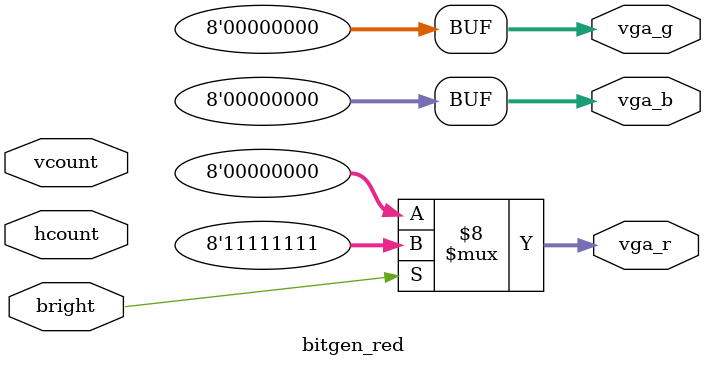
<source format=v>
module bitgen_red(
    input  wire       bright,
    input  wire [9:0] hcount,
    input  wire [9:0] vcount,
    output reg  [7:0] vga_r,
    output reg  [7:0] vga_g,
    output reg  [7:0] vga_b
);
    always @(*) begin
        if (!bright) begin
            vga_r = 8'h00;
            vga_g = 8'h00;
            vga_b = 8'h00;
        end else begin
            vga_r = 8'hFF;
            vga_g = 8'h00;
            vga_b = 8'h00;
        end
    end
endmodule

</source>
